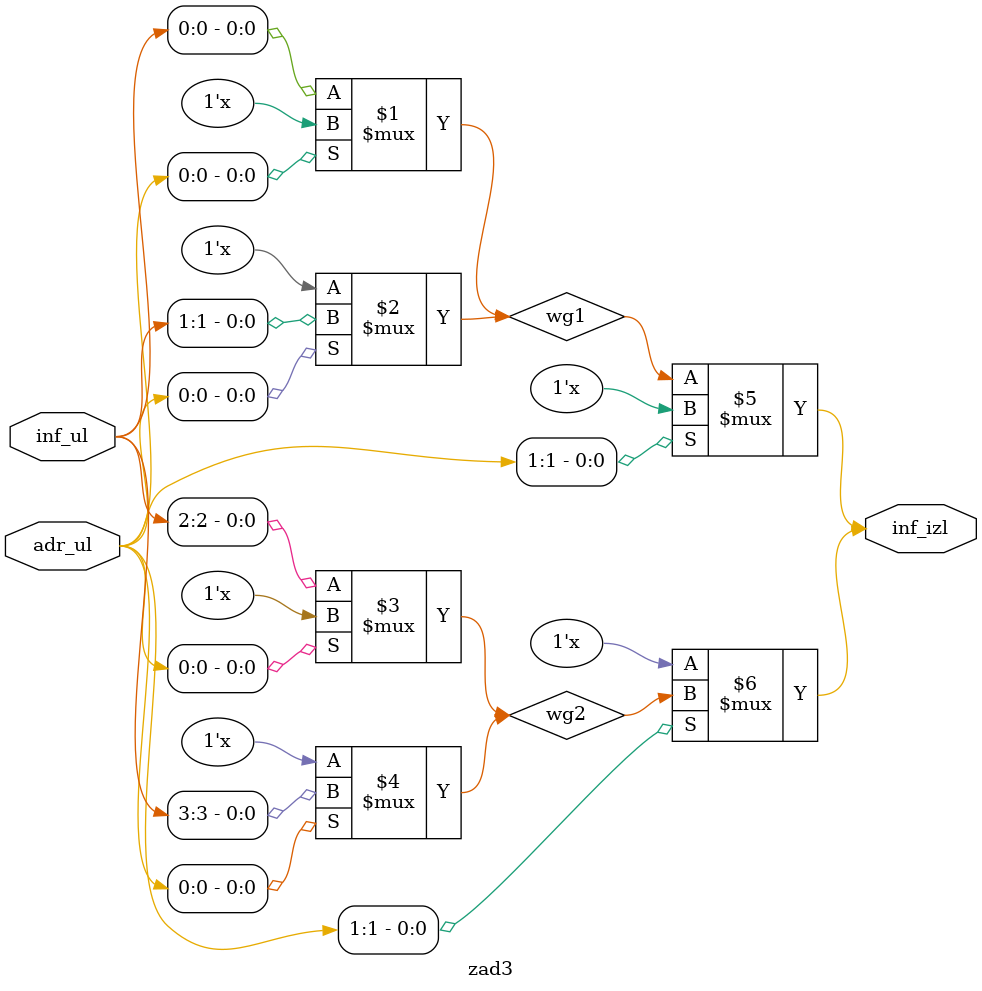
<source format=v>
`timescale 1ns / 1ps
module zad3(
input [3:0] inf_ul,
input [1:0] adr_ul,
output inf_izl
    );
wire wg1,wg2;
bufif0 (wg1,inf_ul[0],adr_ul[0]);
bufif1 (wg1,inf_ul[1],adr_ul[0]);
bufif0 (wg2,inf_ul[2],adr_ul[0]);
bufif1 (wg2,inf_ul[3],adr_ul[0]);
bufif0 (inf_izl,wg1,adr_ul[1]);
bufif1 (inf_izl,wg2,adr_ul[1]);

endmodule

</source>
